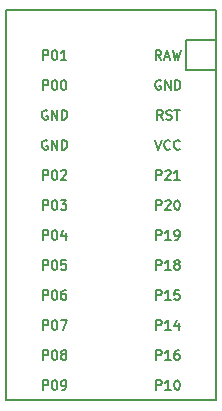
<source format=gbr>
%TF.GenerationSoftware,KiCad,Pcbnew,(5.1.9)-1*%
%TF.CreationDate,2021-06-29T13:32:03+02:00*%
%TF.ProjectId,todarodes_sagittatus,746f6461-726f-4646-9573-5f7361676974,VERSION_HERE*%
%TF.SameCoordinates,Original*%
%TF.FileFunction,Legend,Top*%
%TF.FilePolarity,Positive*%
%FSLAX46Y46*%
G04 Gerber Fmt 4.6, Leading zero omitted, Abs format (unit mm)*
G04 Created by KiCad (PCBNEW (5.1.9)-1) date 2021-06-29 13:32:03*
%MOMM*%
%LPD*%
G01*
G04 APERTURE LIST*
%ADD10C,0.150000*%
G04 APERTURE END LIST*
D10*
%TO.C,C1*%
X24350000Y54200000D02*
X26890000Y54200000D01*
X24350000Y56740000D02*
X26890000Y56740000D01*
X24350000Y56740000D02*
X24350000Y54200000D01*
X26890000Y59280000D02*
X9110000Y59280000D01*
X26890000Y26260000D02*
X26890000Y59280000D01*
X9110000Y26260000D02*
X26890000Y26260000D01*
X9110000Y59280000D02*
X9110000Y26260000D01*
X22247619Y55108095D02*
X21980952Y55489047D01*
X21790476Y55108095D02*
X21790476Y55908095D01*
X22095238Y55908095D01*
X22171428Y55870000D01*
X22209523Y55831904D01*
X22247619Y55755714D01*
X22247619Y55641428D01*
X22209523Y55565238D01*
X22171428Y55527142D01*
X22095238Y55489047D01*
X21790476Y55489047D01*
X22552380Y55336666D02*
X22933333Y55336666D01*
X22476190Y55108095D02*
X22742857Y55908095D01*
X23009523Y55108095D01*
X23200000Y55908095D02*
X23390476Y55108095D01*
X23542857Y55679523D01*
X23695238Y55108095D01*
X23885714Y55908095D01*
X22190476Y53330000D02*
X22114285Y53368095D01*
X22000000Y53368095D01*
X21885714Y53330000D01*
X21809523Y53253809D01*
X21771428Y53177619D01*
X21733333Y53025238D01*
X21733333Y52910952D01*
X21771428Y52758571D01*
X21809523Y52682380D01*
X21885714Y52606190D01*
X22000000Y52568095D01*
X22076190Y52568095D01*
X22190476Y52606190D01*
X22228571Y52644285D01*
X22228571Y52910952D01*
X22076190Y52910952D01*
X22571428Y52568095D02*
X22571428Y53368095D01*
X23028571Y52568095D01*
X23028571Y53368095D01*
X23409523Y52568095D02*
X23409523Y53368095D01*
X23600000Y53368095D01*
X23714285Y53330000D01*
X23790476Y53253809D01*
X23828571Y53177619D01*
X23866666Y53025238D01*
X23866666Y52910952D01*
X23828571Y52758571D01*
X23790476Y52682380D01*
X23714285Y52606190D01*
X23600000Y52568095D01*
X23409523Y52568095D01*
X22361904Y50028095D02*
X22095238Y50409047D01*
X21904761Y50028095D02*
X21904761Y50828095D01*
X22209523Y50828095D01*
X22285714Y50790000D01*
X22323809Y50751904D01*
X22361904Y50675714D01*
X22361904Y50561428D01*
X22323809Y50485238D01*
X22285714Y50447142D01*
X22209523Y50409047D01*
X21904761Y50409047D01*
X22666666Y50066190D02*
X22780952Y50028095D01*
X22971428Y50028095D01*
X23047619Y50066190D01*
X23085714Y50104285D01*
X23123809Y50180476D01*
X23123809Y50256666D01*
X23085714Y50332857D01*
X23047619Y50370952D01*
X22971428Y50409047D01*
X22819047Y50447142D01*
X22742857Y50485238D01*
X22704761Y50523333D01*
X22666666Y50599523D01*
X22666666Y50675714D01*
X22704761Y50751904D01*
X22742857Y50790000D01*
X22819047Y50828095D01*
X23009523Y50828095D01*
X23123809Y50790000D01*
X23352380Y50828095D02*
X23809523Y50828095D01*
X23580952Y50028095D02*
X23580952Y50828095D01*
X21733333Y48288095D02*
X22000000Y47488095D01*
X22266666Y48288095D01*
X22990476Y47564285D02*
X22952380Y47526190D01*
X22838095Y47488095D01*
X22761904Y47488095D01*
X22647619Y47526190D01*
X22571428Y47602380D01*
X22533333Y47678571D01*
X22495238Y47830952D01*
X22495238Y47945238D01*
X22533333Y48097619D01*
X22571428Y48173809D01*
X22647619Y48250000D01*
X22761904Y48288095D01*
X22838095Y48288095D01*
X22952380Y48250000D01*
X22990476Y48211904D01*
X23790476Y47564285D02*
X23752380Y47526190D01*
X23638095Y47488095D01*
X23561904Y47488095D01*
X23447619Y47526190D01*
X23371428Y47602380D01*
X23333333Y47678571D01*
X23295238Y47830952D01*
X23295238Y47945238D01*
X23333333Y48097619D01*
X23371428Y48173809D01*
X23447619Y48250000D01*
X23561904Y48288095D01*
X23638095Y48288095D01*
X23752380Y48250000D01*
X23790476Y48211904D01*
X21828571Y44948095D02*
X21828571Y45748095D01*
X22133333Y45748095D01*
X22209523Y45710000D01*
X22247619Y45671904D01*
X22285714Y45595714D01*
X22285714Y45481428D01*
X22247619Y45405238D01*
X22209523Y45367142D01*
X22133333Y45329047D01*
X21828571Y45329047D01*
X22590476Y45671904D02*
X22628571Y45710000D01*
X22704761Y45748095D01*
X22895238Y45748095D01*
X22971428Y45710000D01*
X23009523Y45671904D01*
X23047619Y45595714D01*
X23047619Y45519523D01*
X23009523Y45405238D01*
X22552380Y44948095D01*
X23047619Y44948095D01*
X23809523Y44948095D02*
X23352380Y44948095D01*
X23580952Y44948095D02*
X23580952Y45748095D01*
X23504761Y45633809D01*
X23428571Y45557619D01*
X23352380Y45519523D01*
X21828571Y42408095D02*
X21828571Y43208095D01*
X22133333Y43208095D01*
X22209523Y43170000D01*
X22247619Y43131904D01*
X22285714Y43055714D01*
X22285714Y42941428D01*
X22247619Y42865238D01*
X22209523Y42827142D01*
X22133333Y42789047D01*
X21828571Y42789047D01*
X22590476Y43131904D02*
X22628571Y43170000D01*
X22704761Y43208095D01*
X22895238Y43208095D01*
X22971428Y43170000D01*
X23009523Y43131904D01*
X23047619Y43055714D01*
X23047619Y42979523D01*
X23009523Y42865238D01*
X22552380Y42408095D01*
X23047619Y42408095D01*
X23542857Y43208095D02*
X23619047Y43208095D01*
X23695238Y43170000D01*
X23733333Y43131904D01*
X23771428Y43055714D01*
X23809523Y42903333D01*
X23809523Y42712857D01*
X23771428Y42560476D01*
X23733333Y42484285D01*
X23695238Y42446190D01*
X23619047Y42408095D01*
X23542857Y42408095D01*
X23466666Y42446190D01*
X23428571Y42484285D01*
X23390476Y42560476D01*
X23352380Y42712857D01*
X23352380Y42903333D01*
X23390476Y43055714D01*
X23428571Y43131904D01*
X23466666Y43170000D01*
X23542857Y43208095D01*
X21828571Y39868095D02*
X21828571Y40668095D01*
X22133333Y40668095D01*
X22209523Y40630000D01*
X22247619Y40591904D01*
X22285714Y40515714D01*
X22285714Y40401428D01*
X22247619Y40325238D01*
X22209523Y40287142D01*
X22133333Y40249047D01*
X21828571Y40249047D01*
X23047619Y39868095D02*
X22590476Y39868095D01*
X22819047Y39868095D02*
X22819047Y40668095D01*
X22742857Y40553809D01*
X22666666Y40477619D01*
X22590476Y40439523D01*
X23428571Y39868095D02*
X23580952Y39868095D01*
X23657142Y39906190D01*
X23695238Y39944285D01*
X23771428Y40058571D01*
X23809523Y40210952D01*
X23809523Y40515714D01*
X23771428Y40591904D01*
X23733333Y40630000D01*
X23657142Y40668095D01*
X23504761Y40668095D01*
X23428571Y40630000D01*
X23390476Y40591904D01*
X23352380Y40515714D01*
X23352380Y40325238D01*
X23390476Y40249047D01*
X23428571Y40210952D01*
X23504761Y40172857D01*
X23657142Y40172857D01*
X23733333Y40210952D01*
X23771428Y40249047D01*
X23809523Y40325238D01*
X21828571Y37328095D02*
X21828571Y38128095D01*
X22133333Y38128095D01*
X22209523Y38090000D01*
X22247619Y38051904D01*
X22285714Y37975714D01*
X22285714Y37861428D01*
X22247619Y37785238D01*
X22209523Y37747142D01*
X22133333Y37709047D01*
X21828571Y37709047D01*
X23047619Y37328095D02*
X22590476Y37328095D01*
X22819047Y37328095D02*
X22819047Y38128095D01*
X22742857Y38013809D01*
X22666666Y37937619D01*
X22590476Y37899523D01*
X23504761Y37785238D02*
X23428571Y37823333D01*
X23390476Y37861428D01*
X23352380Y37937619D01*
X23352380Y37975714D01*
X23390476Y38051904D01*
X23428571Y38090000D01*
X23504761Y38128095D01*
X23657142Y38128095D01*
X23733333Y38090000D01*
X23771428Y38051904D01*
X23809523Y37975714D01*
X23809523Y37937619D01*
X23771428Y37861428D01*
X23733333Y37823333D01*
X23657142Y37785238D01*
X23504761Y37785238D01*
X23428571Y37747142D01*
X23390476Y37709047D01*
X23352380Y37632857D01*
X23352380Y37480476D01*
X23390476Y37404285D01*
X23428571Y37366190D01*
X23504761Y37328095D01*
X23657142Y37328095D01*
X23733333Y37366190D01*
X23771428Y37404285D01*
X23809523Y37480476D01*
X23809523Y37632857D01*
X23771428Y37709047D01*
X23733333Y37747142D01*
X23657142Y37785238D01*
X21828571Y34788095D02*
X21828571Y35588095D01*
X22133333Y35588095D01*
X22209523Y35550000D01*
X22247619Y35511904D01*
X22285714Y35435714D01*
X22285714Y35321428D01*
X22247619Y35245238D01*
X22209523Y35207142D01*
X22133333Y35169047D01*
X21828571Y35169047D01*
X23047619Y34788095D02*
X22590476Y34788095D01*
X22819047Y34788095D02*
X22819047Y35588095D01*
X22742857Y35473809D01*
X22666666Y35397619D01*
X22590476Y35359523D01*
X23771428Y35588095D02*
X23390476Y35588095D01*
X23352380Y35207142D01*
X23390476Y35245238D01*
X23466666Y35283333D01*
X23657142Y35283333D01*
X23733333Y35245238D01*
X23771428Y35207142D01*
X23809523Y35130952D01*
X23809523Y34940476D01*
X23771428Y34864285D01*
X23733333Y34826190D01*
X23657142Y34788095D01*
X23466666Y34788095D01*
X23390476Y34826190D01*
X23352380Y34864285D01*
X21828571Y32248095D02*
X21828571Y33048095D01*
X22133333Y33048095D01*
X22209523Y33010000D01*
X22247619Y32971904D01*
X22285714Y32895714D01*
X22285714Y32781428D01*
X22247619Y32705238D01*
X22209523Y32667142D01*
X22133333Y32629047D01*
X21828571Y32629047D01*
X23047619Y32248095D02*
X22590476Y32248095D01*
X22819047Y32248095D02*
X22819047Y33048095D01*
X22742857Y32933809D01*
X22666666Y32857619D01*
X22590476Y32819523D01*
X23733333Y32781428D02*
X23733333Y32248095D01*
X23542857Y33086190D02*
X23352380Y32514761D01*
X23847619Y32514761D01*
X21828571Y29708095D02*
X21828571Y30508095D01*
X22133333Y30508095D01*
X22209523Y30470000D01*
X22247619Y30431904D01*
X22285714Y30355714D01*
X22285714Y30241428D01*
X22247619Y30165238D01*
X22209523Y30127142D01*
X22133333Y30089047D01*
X21828571Y30089047D01*
X23047619Y29708095D02*
X22590476Y29708095D01*
X22819047Y29708095D02*
X22819047Y30508095D01*
X22742857Y30393809D01*
X22666666Y30317619D01*
X22590476Y30279523D01*
X23733333Y30508095D02*
X23580952Y30508095D01*
X23504761Y30470000D01*
X23466666Y30431904D01*
X23390476Y30317619D01*
X23352380Y30165238D01*
X23352380Y29860476D01*
X23390476Y29784285D01*
X23428571Y29746190D01*
X23504761Y29708095D01*
X23657142Y29708095D01*
X23733333Y29746190D01*
X23771428Y29784285D01*
X23809523Y29860476D01*
X23809523Y30050952D01*
X23771428Y30127142D01*
X23733333Y30165238D01*
X23657142Y30203333D01*
X23504761Y30203333D01*
X23428571Y30165238D01*
X23390476Y30127142D01*
X23352380Y30050952D01*
X21828571Y27168095D02*
X21828571Y27968095D01*
X22133333Y27968095D01*
X22209523Y27930000D01*
X22247619Y27891904D01*
X22285714Y27815714D01*
X22285714Y27701428D01*
X22247619Y27625238D01*
X22209523Y27587142D01*
X22133333Y27549047D01*
X21828571Y27549047D01*
X23047619Y27168095D02*
X22590476Y27168095D01*
X22819047Y27168095D02*
X22819047Y27968095D01*
X22742857Y27853809D01*
X22666666Y27777619D01*
X22590476Y27739523D01*
X23542857Y27968095D02*
X23619047Y27968095D01*
X23695238Y27930000D01*
X23733333Y27891904D01*
X23771428Y27815714D01*
X23809523Y27663333D01*
X23809523Y27472857D01*
X23771428Y27320476D01*
X23733333Y27244285D01*
X23695238Y27206190D01*
X23619047Y27168095D01*
X23542857Y27168095D01*
X23466666Y27206190D01*
X23428571Y27244285D01*
X23390476Y27320476D01*
X23352380Y27472857D01*
X23352380Y27663333D01*
X23390476Y27815714D01*
X23428571Y27891904D01*
X23466666Y27930000D01*
X23542857Y27968095D01*
X12228571Y55108095D02*
X12228571Y55908095D01*
X12533333Y55908095D01*
X12609523Y55870000D01*
X12647619Y55831904D01*
X12685714Y55755714D01*
X12685714Y55641428D01*
X12647619Y55565238D01*
X12609523Y55527142D01*
X12533333Y55489047D01*
X12228571Y55489047D01*
X13180952Y55908095D02*
X13257142Y55908095D01*
X13333333Y55870000D01*
X13371428Y55831904D01*
X13409523Y55755714D01*
X13447619Y55603333D01*
X13447619Y55412857D01*
X13409523Y55260476D01*
X13371428Y55184285D01*
X13333333Y55146190D01*
X13257142Y55108095D01*
X13180952Y55108095D01*
X13104761Y55146190D01*
X13066666Y55184285D01*
X13028571Y55260476D01*
X12990476Y55412857D01*
X12990476Y55603333D01*
X13028571Y55755714D01*
X13066666Y55831904D01*
X13104761Y55870000D01*
X13180952Y55908095D01*
X14209523Y55108095D02*
X13752380Y55108095D01*
X13980952Y55108095D02*
X13980952Y55908095D01*
X13904761Y55793809D01*
X13828571Y55717619D01*
X13752380Y55679523D01*
X12228571Y52568095D02*
X12228571Y53368095D01*
X12533333Y53368095D01*
X12609523Y53330000D01*
X12647619Y53291904D01*
X12685714Y53215714D01*
X12685714Y53101428D01*
X12647619Y53025238D01*
X12609523Y52987142D01*
X12533333Y52949047D01*
X12228571Y52949047D01*
X13180952Y53368095D02*
X13257142Y53368095D01*
X13333333Y53330000D01*
X13371428Y53291904D01*
X13409523Y53215714D01*
X13447619Y53063333D01*
X13447619Y52872857D01*
X13409523Y52720476D01*
X13371428Y52644285D01*
X13333333Y52606190D01*
X13257142Y52568095D01*
X13180952Y52568095D01*
X13104761Y52606190D01*
X13066666Y52644285D01*
X13028571Y52720476D01*
X12990476Y52872857D01*
X12990476Y53063333D01*
X13028571Y53215714D01*
X13066666Y53291904D01*
X13104761Y53330000D01*
X13180952Y53368095D01*
X13942857Y53368095D02*
X14019047Y53368095D01*
X14095238Y53330000D01*
X14133333Y53291904D01*
X14171428Y53215714D01*
X14209523Y53063333D01*
X14209523Y52872857D01*
X14171428Y52720476D01*
X14133333Y52644285D01*
X14095238Y52606190D01*
X14019047Y52568095D01*
X13942857Y52568095D01*
X13866666Y52606190D01*
X13828571Y52644285D01*
X13790476Y52720476D01*
X13752380Y52872857D01*
X13752380Y53063333D01*
X13790476Y53215714D01*
X13828571Y53291904D01*
X13866666Y53330000D01*
X13942857Y53368095D01*
X12590476Y50790000D02*
X12514285Y50828095D01*
X12400000Y50828095D01*
X12285714Y50790000D01*
X12209523Y50713809D01*
X12171428Y50637619D01*
X12133333Y50485238D01*
X12133333Y50370952D01*
X12171428Y50218571D01*
X12209523Y50142380D01*
X12285714Y50066190D01*
X12400000Y50028095D01*
X12476190Y50028095D01*
X12590476Y50066190D01*
X12628571Y50104285D01*
X12628571Y50370952D01*
X12476190Y50370952D01*
X12971428Y50028095D02*
X12971428Y50828095D01*
X13428571Y50028095D01*
X13428571Y50828095D01*
X13809523Y50028095D02*
X13809523Y50828095D01*
X14000000Y50828095D01*
X14114285Y50790000D01*
X14190476Y50713809D01*
X14228571Y50637619D01*
X14266666Y50485238D01*
X14266666Y50370952D01*
X14228571Y50218571D01*
X14190476Y50142380D01*
X14114285Y50066190D01*
X14000000Y50028095D01*
X13809523Y50028095D01*
X12590476Y48250000D02*
X12514285Y48288095D01*
X12400000Y48288095D01*
X12285714Y48250000D01*
X12209523Y48173809D01*
X12171428Y48097619D01*
X12133333Y47945238D01*
X12133333Y47830952D01*
X12171428Y47678571D01*
X12209523Y47602380D01*
X12285714Y47526190D01*
X12400000Y47488095D01*
X12476190Y47488095D01*
X12590476Y47526190D01*
X12628571Y47564285D01*
X12628571Y47830952D01*
X12476190Y47830952D01*
X12971428Y47488095D02*
X12971428Y48288095D01*
X13428571Y47488095D01*
X13428571Y48288095D01*
X13809523Y47488095D02*
X13809523Y48288095D01*
X14000000Y48288095D01*
X14114285Y48250000D01*
X14190476Y48173809D01*
X14228571Y48097619D01*
X14266666Y47945238D01*
X14266666Y47830952D01*
X14228571Y47678571D01*
X14190476Y47602380D01*
X14114285Y47526190D01*
X14000000Y47488095D01*
X13809523Y47488095D01*
X12228571Y44948095D02*
X12228571Y45748095D01*
X12533333Y45748095D01*
X12609523Y45710000D01*
X12647619Y45671904D01*
X12685714Y45595714D01*
X12685714Y45481428D01*
X12647619Y45405238D01*
X12609523Y45367142D01*
X12533333Y45329047D01*
X12228571Y45329047D01*
X13180952Y45748095D02*
X13257142Y45748095D01*
X13333333Y45710000D01*
X13371428Y45671904D01*
X13409523Y45595714D01*
X13447619Y45443333D01*
X13447619Y45252857D01*
X13409523Y45100476D01*
X13371428Y45024285D01*
X13333333Y44986190D01*
X13257142Y44948095D01*
X13180952Y44948095D01*
X13104761Y44986190D01*
X13066666Y45024285D01*
X13028571Y45100476D01*
X12990476Y45252857D01*
X12990476Y45443333D01*
X13028571Y45595714D01*
X13066666Y45671904D01*
X13104761Y45710000D01*
X13180952Y45748095D01*
X13752380Y45671904D02*
X13790476Y45710000D01*
X13866666Y45748095D01*
X14057142Y45748095D01*
X14133333Y45710000D01*
X14171428Y45671904D01*
X14209523Y45595714D01*
X14209523Y45519523D01*
X14171428Y45405238D01*
X13714285Y44948095D01*
X14209523Y44948095D01*
X12228571Y42408095D02*
X12228571Y43208095D01*
X12533333Y43208095D01*
X12609523Y43170000D01*
X12647619Y43131904D01*
X12685714Y43055714D01*
X12685714Y42941428D01*
X12647619Y42865238D01*
X12609523Y42827142D01*
X12533333Y42789047D01*
X12228571Y42789047D01*
X13180952Y43208095D02*
X13257142Y43208095D01*
X13333333Y43170000D01*
X13371428Y43131904D01*
X13409523Y43055714D01*
X13447619Y42903333D01*
X13447619Y42712857D01*
X13409523Y42560476D01*
X13371428Y42484285D01*
X13333333Y42446190D01*
X13257142Y42408095D01*
X13180952Y42408095D01*
X13104761Y42446190D01*
X13066666Y42484285D01*
X13028571Y42560476D01*
X12990476Y42712857D01*
X12990476Y42903333D01*
X13028571Y43055714D01*
X13066666Y43131904D01*
X13104761Y43170000D01*
X13180952Y43208095D01*
X13714285Y43208095D02*
X14209523Y43208095D01*
X13942857Y42903333D01*
X14057142Y42903333D01*
X14133333Y42865238D01*
X14171428Y42827142D01*
X14209523Y42750952D01*
X14209523Y42560476D01*
X14171428Y42484285D01*
X14133333Y42446190D01*
X14057142Y42408095D01*
X13828571Y42408095D01*
X13752380Y42446190D01*
X13714285Y42484285D01*
X12228571Y39868095D02*
X12228571Y40668095D01*
X12533333Y40668095D01*
X12609523Y40630000D01*
X12647619Y40591904D01*
X12685714Y40515714D01*
X12685714Y40401428D01*
X12647619Y40325238D01*
X12609523Y40287142D01*
X12533333Y40249047D01*
X12228571Y40249047D01*
X13180952Y40668095D02*
X13257142Y40668095D01*
X13333333Y40630000D01*
X13371428Y40591904D01*
X13409523Y40515714D01*
X13447619Y40363333D01*
X13447619Y40172857D01*
X13409523Y40020476D01*
X13371428Y39944285D01*
X13333333Y39906190D01*
X13257142Y39868095D01*
X13180952Y39868095D01*
X13104761Y39906190D01*
X13066666Y39944285D01*
X13028571Y40020476D01*
X12990476Y40172857D01*
X12990476Y40363333D01*
X13028571Y40515714D01*
X13066666Y40591904D01*
X13104761Y40630000D01*
X13180952Y40668095D01*
X14133333Y40401428D02*
X14133333Y39868095D01*
X13942857Y40706190D02*
X13752380Y40134761D01*
X14247619Y40134761D01*
X12228571Y37328095D02*
X12228571Y38128095D01*
X12533333Y38128095D01*
X12609523Y38090000D01*
X12647619Y38051904D01*
X12685714Y37975714D01*
X12685714Y37861428D01*
X12647619Y37785238D01*
X12609523Y37747142D01*
X12533333Y37709047D01*
X12228571Y37709047D01*
X13180952Y38128095D02*
X13257142Y38128095D01*
X13333333Y38090000D01*
X13371428Y38051904D01*
X13409523Y37975714D01*
X13447619Y37823333D01*
X13447619Y37632857D01*
X13409523Y37480476D01*
X13371428Y37404285D01*
X13333333Y37366190D01*
X13257142Y37328095D01*
X13180952Y37328095D01*
X13104761Y37366190D01*
X13066666Y37404285D01*
X13028571Y37480476D01*
X12990476Y37632857D01*
X12990476Y37823333D01*
X13028571Y37975714D01*
X13066666Y38051904D01*
X13104761Y38090000D01*
X13180952Y38128095D01*
X14171428Y38128095D02*
X13790476Y38128095D01*
X13752380Y37747142D01*
X13790476Y37785238D01*
X13866666Y37823333D01*
X14057142Y37823333D01*
X14133333Y37785238D01*
X14171428Y37747142D01*
X14209523Y37670952D01*
X14209523Y37480476D01*
X14171428Y37404285D01*
X14133333Y37366190D01*
X14057142Y37328095D01*
X13866666Y37328095D01*
X13790476Y37366190D01*
X13752380Y37404285D01*
X12228571Y34788095D02*
X12228571Y35588095D01*
X12533333Y35588095D01*
X12609523Y35550000D01*
X12647619Y35511904D01*
X12685714Y35435714D01*
X12685714Y35321428D01*
X12647619Y35245238D01*
X12609523Y35207142D01*
X12533333Y35169047D01*
X12228571Y35169047D01*
X13180952Y35588095D02*
X13257142Y35588095D01*
X13333333Y35550000D01*
X13371428Y35511904D01*
X13409523Y35435714D01*
X13447619Y35283333D01*
X13447619Y35092857D01*
X13409523Y34940476D01*
X13371428Y34864285D01*
X13333333Y34826190D01*
X13257142Y34788095D01*
X13180952Y34788095D01*
X13104761Y34826190D01*
X13066666Y34864285D01*
X13028571Y34940476D01*
X12990476Y35092857D01*
X12990476Y35283333D01*
X13028571Y35435714D01*
X13066666Y35511904D01*
X13104761Y35550000D01*
X13180952Y35588095D01*
X14133333Y35588095D02*
X13980952Y35588095D01*
X13904761Y35550000D01*
X13866666Y35511904D01*
X13790476Y35397619D01*
X13752380Y35245238D01*
X13752380Y34940476D01*
X13790476Y34864285D01*
X13828571Y34826190D01*
X13904761Y34788095D01*
X14057142Y34788095D01*
X14133333Y34826190D01*
X14171428Y34864285D01*
X14209523Y34940476D01*
X14209523Y35130952D01*
X14171428Y35207142D01*
X14133333Y35245238D01*
X14057142Y35283333D01*
X13904761Y35283333D01*
X13828571Y35245238D01*
X13790476Y35207142D01*
X13752380Y35130952D01*
X12228571Y32248095D02*
X12228571Y33048095D01*
X12533333Y33048095D01*
X12609523Y33010000D01*
X12647619Y32971904D01*
X12685714Y32895714D01*
X12685714Y32781428D01*
X12647619Y32705238D01*
X12609523Y32667142D01*
X12533333Y32629047D01*
X12228571Y32629047D01*
X13180952Y33048095D02*
X13257142Y33048095D01*
X13333333Y33010000D01*
X13371428Y32971904D01*
X13409523Y32895714D01*
X13447619Y32743333D01*
X13447619Y32552857D01*
X13409523Y32400476D01*
X13371428Y32324285D01*
X13333333Y32286190D01*
X13257142Y32248095D01*
X13180952Y32248095D01*
X13104761Y32286190D01*
X13066666Y32324285D01*
X13028571Y32400476D01*
X12990476Y32552857D01*
X12990476Y32743333D01*
X13028571Y32895714D01*
X13066666Y32971904D01*
X13104761Y33010000D01*
X13180952Y33048095D01*
X13714285Y33048095D02*
X14247619Y33048095D01*
X13904761Y32248095D01*
X12228571Y29708095D02*
X12228571Y30508095D01*
X12533333Y30508095D01*
X12609523Y30470000D01*
X12647619Y30431904D01*
X12685714Y30355714D01*
X12685714Y30241428D01*
X12647619Y30165238D01*
X12609523Y30127142D01*
X12533333Y30089047D01*
X12228571Y30089047D01*
X13180952Y30508095D02*
X13257142Y30508095D01*
X13333333Y30470000D01*
X13371428Y30431904D01*
X13409523Y30355714D01*
X13447619Y30203333D01*
X13447619Y30012857D01*
X13409523Y29860476D01*
X13371428Y29784285D01*
X13333333Y29746190D01*
X13257142Y29708095D01*
X13180952Y29708095D01*
X13104761Y29746190D01*
X13066666Y29784285D01*
X13028571Y29860476D01*
X12990476Y30012857D01*
X12990476Y30203333D01*
X13028571Y30355714D01*
X13066666Y30431904D01*
X13104761Y30470000D01*
X13180952Y30508095D01*
X13904761Y30165238D02*
X13828571Y30203333D01*
X13790476Y30241428D01*
X13752380Y30317619D01*
X13752380Y30355714D01*
X13790476Y30431904D01*
X13828571Y30470000D01*
X13904761Y30508095D01*
X14057142Y30508095D01*
X14133333Y30470000D01*
X14171428Y30431904D01*
X14209523Y30355714D01*
X14209523Y30317619D01*
X14171428Y30241428D01*
X14133333Y30203333D01*
X14057142Y30165238D01*
X13904761Y30165238D01*
X13828571Y30127142D01*
X13790476Y30089047D01*
X13752380Y30012857D01*
X13752380Y29860476D01*
X13790476Y29784285D01*
X13828571Y29746190D01*
X13904761Y29708095D01*
X14057142Y29708095D01*
X14133333Y29746190D01*
X14171428Y29784285D01*
X14209523Y29860476D01*
X14209523Y30012857D01*
X14171428Y30089047D01*
X14133333Y30127142D01*
X14057142Y30165238D01*
X12228571Y27168095D02*
X12228571Y27968095D01*
X12533333Y27968095D01*
X12609523Y27930000D01*
X12647619Y27891904D01*
X12685714Y27815714D01*
X12685714Y27701428D01*
X12647619Y27625238D01*
X12609523Y27587142D01*
X12533333Y27549047D01*
X12228571Y27549047D01*
X13180952Y27968095D02*
X13257142Y27968095D01*
X13333333Y27930000D01*
X13371428Y27891904D01*
X13409523Y27815714D01*
X13447619Y27663333D01*
X13447619Y27472857D01*
X13409523Y27320476D01*
X13371428Y27244285D01*
X13333333Y27206190D01*
X13257142Y27168095D01*
X13180952Y27168095D01*
X13104761Y27206190D01*
X13066666Y27244285D01*
X13028571Y27320476D01*
X12990476Y27472857D01*
X12990476Y27663333D01*
X13028571Y27815714D01*
X13066666Y27891904D01*
X13104761Y27930000D01*
X13180952Y27968095D01*
X13828571Y27168095D02*
X13980952Y27168095D01*
X14057142Y27206190D01*
X14095238Y27244285D01*
X14171428Y27358571D01*
X14209523Y27510952D01*
X14209523Y27815714D01*
X14171428Y27891904D01*
X14133333Y27930000D01*
X14057142Y27968095D01*
X13904761Y27968095D01*
X13828571Y27930000D01*
X13790476Y27891904D01*
X13752380Y27815714D01*
X13752380Y27625238D01*
X13790476Y27549047D01*
X13828571Y27510952D01*
X13904761Y27472857D01*
X14057142Y27472857D01*
X14133333Y27510952D01*
X14171428Y27549047D01*
X14209523Y27625238D01*
%TD*%
M02*

</source>
